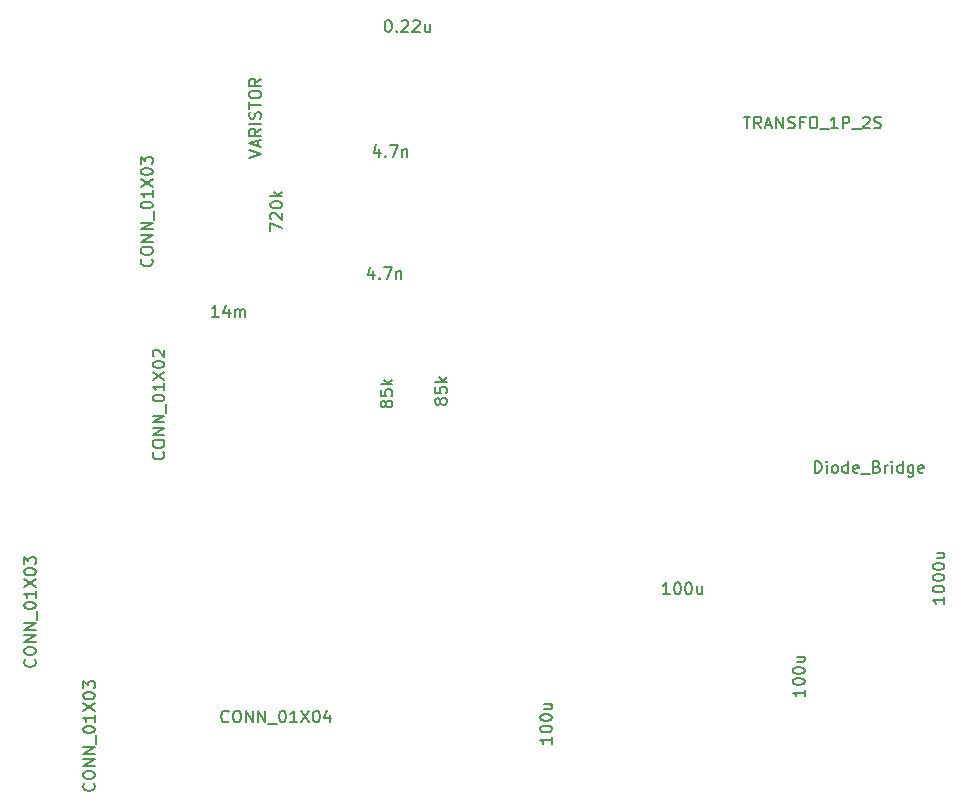
<source format=gbr>
G04 #@! TF.FileFunction,Other,Fab,Top*
%FSLAX46Y46*%
G04 Gerber Fmt 4.6, Leading zero omitted, Abs format (unit mm)*
G04 Created by KiCad (PCBNEW 4.0.4+dfsg1-stable) date Sun Feb  5 22:53:45 2017*
%MOMM*%
%LPD*%
G01*
G04 APERTURE LIST*
%ADD10C,0.100000*%
%ADD11C,0.150000*%
G04 APERTURE END LIST*
D10*
D11*
X82382381Y19284762D02*
X82382381Y18713333D01*
X82382381Y18999047D02*
X81382381Y18999047D01*
X81525238Y18903809D01*
X81620476Y18808571D01*
X81668095Y18713333D01*
X81382381Y19903809D02*
X81382381Y19999048D01*
X81430000Y20094286D01*
X81477619Y20141905D01*
X81572857Y20189524D01*
X81763333Y20237143D01*
X82001429Y20237143D01*
X82191905Y20189524D01*
X82287143Y20141905D01*
X82334762Y20094286D01*
X82382381Y19999048D01*
X82382381Y19903809D01*
X82334762Y19808571D01*
X82287143Y19760952D01*
X82191905Y19713333D01*
X82001429Y19665714D01*
X81763333Y19665714D01*
X81572857Y19713333D01*
X81477619Y19760952D01*
X81430000Y19808571D01*
X81382381Y19903809D01*
X81382381Y20856190D02*
X81382381Y20951429D01*
X81430000Y21046667D01*
X81477619Y21094286D01*
X81572857Y21141905D01*
X81763333Y21189524D01*
X82001429Y21189524D01*
X82191905Y21141905D01*
X82287143Y21094286D01*
X82334762Y21046667D01*
X82382381Y20951429D01*
X82382381Y20856190D01*
X82334762Y20760952D01*
X82287143Y20713333D01*
X82191905Y20665714D01*
X82001429Y20618095D01*
X81763333Y20618095D01*
X81572857Y20665714D01*
X81477619Y20713333D01*
X81430000Y20760952D01*
X81382381Y20856190D01*
X81382381Y21808571D02*
X81382381Y21903810D01*
X81430000Y21999048D01*
X81477619Y22046667D01*
X81572857Y22094286D01*
X81763333Y22141905D01*
X82001429Y22141905D01*
X82191905Y22094286D01*
X82287143Y22046667D01*
X82334762Y21999048D01*
X82382381Y21903810D01*
X82382381Y21808571D01*
X82334762Y21713333D01*
X82287143Y21665714D01*
X82191905Y21618095D01*
X82001429Y21570476D01*
X81763333Y21570476D01*
X81572857Y21618095D01*
X81477619Y21665714D01*
X81430000Y21713333D01*
X81382381Y21808571D01*
X81715714Y22999048D02*
X82382381Y22999048D01*
X81715714Y22570476D02*
X82239524Y22570476D01*
X82334762Y22618095D01*
X82382381Y22713333D01*
X82382381Y22856191D01*
X82334762Y22951429D01*
X82287143Y22999048D01*
X71414762Y29777619D02*
X71414762Y30777619D01*
X71652857Y30777619D01*
X71795715Y30730000D01*
X71890953Y30634762D01*
X71938572Y30539524D01*
X71986191Y30349048D01*
X71986191Y30206190D01*
X71938572Y30015714D01*
X71890953Y29920476D01*
X71795715Y29825238D01*
X71652857Y29777619D01*
X71414762Y29777619D01*
X72414762Y29777619D02*
X72414762Y30444286D01*
X72414762Y30777619D02*
X72367143Y30730000D01*
X72414762Y30682381D01*
X72462381Y30730000D01*
X72414762Y30777619D01*
X72414762Y30682381D01*
X73033809Y29777619D02*
X72938571Y29825238D01*
X72890952Y29872857D01*
X72843333Y29968095D01*
X72843333Y30253810D01*
X72890952Y30349048D01*
X72938571Y30396667D01*
X73033809Y30444286D01*
X73176667Y30444286D01*
X73271905Y30396667D01*
X73319524Y30349048D01*
X73367143Y30253810D01*
X73367143Y29968095D01*
X73319524Y29872857D01*
X73271905Y29825238D01*
X73176667Y29777619D01*
X73033809Y29777619D01*
X74224286Y29777619D02*
X74224286Y30777619D01*
X74224286Y29825238D02*
X74129048Y29777619D01*
X73938571Y29777619D01*
X73843333Y29825238D01*
X73795714Y29872857D01*
X73748095Y29968095D01*
X73748095Y30253810D01*
X73795714Y30349048D01*
X73843333Y30396667D01*
X73938571Y30444286D01*
X74129048Y30444286D01*
X74224286Y30396667D01*
X75081429Y29825238D02*
X74986191Y29777619D01*
X74795714Y29777619D01*
X74700476Y29825238D01*
X74652857Y29920476D01*
X74652857Y30301429D01*
X74700476Y30396667D01*
X74795714Y30444286D01*
X74986191Y30444286D01*
X75081429Y30396667D01*
X75129048Y30301429D01*
X75129048Y30206190D01*
X74652857Y30110952D01*
X75319524Y29682381D02*
X76081429Y29682381D01*
X76652858Y30301429D02*
X76795715Y30253810D01*
X76843334Y30206190D01*
X76890953Y30110952D01*
X76890953Y29968095D01*
X76843334Y29872857D01*
X76795715Y29825238D01*
X76700477Y29777619D01*
X76319524Y29777619D01*
X76319524Y30777619D01*
X76652858Y30777619D01*
X76748096Y30730000D01*
X76795715Y30682381D01*
X76843334Y30587143D01*
X76843334Y30491905D01*
X76795715Y30396667D01*
X76748096Y30349048D01*
X76652858Y30301429D01*
X76319524Y30301429D01*
X77319524Y29777619D02*
X77319524Y30444286D01*
X77319524Y30253810D02*
X77367143Y30349048D01*
X77414762Y30396667D01*
X77510000Y30444286D01*
X77605239Y30444286D01*
X77938572Y29777619D02*
X77938572Y30444286D01*
X77938572Y30777619D02*
X77890953Y30730000D01*
X77938572Y30682381D01*
X77986191Y30730000D01*
X77938572Y30777619D01*
X77938572Y30682381D01*
X78843334Y29777619D02*
X78843334Y30777619D01*
X78843334Y29825238D02*
X78748096Y29777619D01*
X78557619Y29777619D01*
X78462381Y29825238D01*
X78414762Y29872857D01*
X78367143Y29968095D01*
X78367143Y30253810D01*
X78414762Y30349048D01*
X78462381Y30396667D01*
X78557619Y30444286D01*
X78748096Y30444286D01*
X78843334Y30396667D01*
X79748096Y30444286D02*
X79748096Y29634762D01*
X79700477Y29539524D01*
X79652858Y29491905D01*
X79557619Y29444286D01*
X79414762Y29444286D01*
X79319524Y29491905D01*
X79748096Y29825238D02*
X79652858Y29777619D01*
X79462381Y29777619D01*
X79367143Y29825238D01*
X79319524Y29872857D01*
X79271905Y29968095D01*
X79271905Y30253810D01*
X79319524Y30349048D01*
X79367143Y30396667D01*
X79462381Y30444286D01*
X79652858Y30444286D01*
X79748096Y30396667D01*
X80605239Y29825238D02*
X80510001Y29777619D01*
X80319524Y29777619D01*
X80224286Y29825238D01*
X80176667Y29920476D01*
X80176667Y30301429D01*
X80224286Y30396667D01*
X80319524Y30444286D01*
X80510001Y30444286D01*
X80605239Y30396667D01*
X80652858Y30301429D01*
X80652858Y30206190D01*
X80176667Y30110952D01*
X15257143Y47876191D02*
X15304762Y47828572D01*
X15352381Y47685715D01*
X15352381Y47590477D01*
X15304762Y47447619D01*
X15209524Y47352381D01*
X15114286Y47304762D01*
X14923810Y47257143D01*
X14780952Y47257143D01*
X14590476Y47304762D01*
X14495238Y47352381D01*
X14400000Y47447619D01*
X14352381Y47590477D01*
X14352381Y47685715D01*
X14400000Y47828572D01*
X14447619Y47876191D01*
X14352381Y48495238D02*
X14352381Y48685715D01*
X14400000Y48780953D01*
X14495238Y48876191D01*
X14685714Y48923810D01*
X15019048Y48923810D01*
X15209524Y48876191D01*
X15304762Y48780953D01*
X15352381Y48685715D01*
X15352381Y48495238D01*
X15304762Y48400000D01*
X15209524Y48304762D01*
X15019048Y48257143D01*
X14685714Y48257143D01*
X14495238Y48304762D01*
X14400000Y48400000D01*
X14352381Y48495238D01*
X15352381Y49352381D02*
X14352381Y49352381D01*
X15352381Y49923810D01*
X14352381Y49923810D01*
X15352381Y50400000D02*
X14352381Y50400000D01*
X15352381Y50971429D01*
X14352381Y50971429D01*
X15447619Y51209524D02*
X15447619Y51971429D01*
X14352381Y52400000D02*
X14352381Y52495239D01*
X14400000Y52590477D01*
X14447619Y52638096D01*
X14542857Y52685715D01*
X14733333Y52733334D01*
X14971429Y52733334D01*
X15161905Y52685715D01*
X15257143Y52638096D01*
X15304762Y52590477D01*
X15352381Y52495239D01*
X15352381Y52400000D01*
X15304762Y52304762D01*
X15257143Y52257143D01*
X15161905Y52209524D01*
X14971429Y52161905D01*
X14733333Y52161905D01*
X14542857Y52209524D01*
X14447619Y52257143D01*
X14400000Y52304762D01*
X14352381Y52400000D01*
X15352381Y53685715D02*
X15352381Y53114286D01*
X15352381Y53400000D02*
X14352381Y53400000D01*
X14495238Y53304762D01*
X14590476Y53209524D01*
X14638095Y53114286D01*
X14352381Y54019048D02*
X15352381Y54685715D01*
X14352381Y54685715D02*
X15352381Y54019048D01*
X14352381Y55257143D02*
X14352381Y55352382D01*
X14400000Y55447620D01*
X14447619Y55495239D01*
X14542857Y55542858D01*
X14733333Y55590477D01*
X14971429Y55590477D01*
X15161905Y55542858D01*
X15257143Y55495239D01*
X15304762Y55447620D01*
X15352381Y55352382D01*
X15352381Y55257143D01*
X15304762Y55161905D01*
X15257143Y55114286D01*
X15161905Y55066667D01*
X14971429Y55019048D01*
X14733333Y55019048D01*
X14542857Y55066667D01*
X14447619Y55114286D01*
X14400000Y55161905D01*
X14352381Y55257143D01*
X14352381Y55923810D02*
X14352381Y56542858D01*
X14733333Y56209524D01*
X14733333Y56352382D01*
X14780952Y56447620D01*
X14828571Y56495239D01*
X14923810Y56542858D01*
X15161905Y56542858D01*
X15257143Y56495239D01*
X15304762Y56447620D01*
X15352381Y56352382D01*
X15352381Y56066667D01*
X15304762Y55971429D01*
X15257143Y55923810D01*
X16247143Y31536191D02*
X16294762Y31488572D01*
X16342381Y31345715D01*
X16342381Y31250477D01*
X16294762Y31107619D01*
X16199524Y31012381D01*
X16104286Y30964762D01*
X15913810Y30917143D01*
X15770952Y30917143D01*
X15580476Y30964762D01*
X15485238Y31012381D01*
X15390000Y31107619D01*
X15342381Y31250477D01*
X15342381Y31345715D01*
X15390000Y31488572D01*
X15437619Y31536191D01*
X15342381Y32155238D02*
X15342381Y32345715D01*
X15390000Y32440953D01*
X15485238Y32536191D01*
X15675714Y32583810D01*
X16009048Y32583810D01*
X16199524Y32536191D01*
X16294762Y32440953D01*
X16342381Y32345715D01*
X16342381Y32155238D01*
X16294762Y32060000D01*
X16199524Y31964762D01*
X16009048Y31917143D01*
X15675714Y31917143D01*
X15485238Y31964762D01*
X15390000Y32060000D01*
X15342381Y32155238D01*
X16342381Y33012381D02*
X15342381Y33012381D01*
X16342381Y33583810D01*
X15342381Y33583810D01*
X16342381Y34060000D02*
X15342381Y34060000D01*
X16342381Y34631429D01*
X15342381Y34631429D01*
X16437619Y34869524D02*
X16437619Y35631429D01*
X15342381Y36060000D02*
X15342381Y36155239D01*
X15390000Y36250477D01*
X15437619Y36298096D01*
X15532857Y36345715D01*
X15723333Y36393334D01*
X15961429Y36393334D01*
X16151905Y36345715D01*
X16247143Y36298096D01*
X16294762Y36250477D01*
X16342381Y36155239D01*
X16342381Y36060000D01*
X16294762Y35964762D01*
X16247143Y35917143D01*
X16151905Y35869524D01*
X15961429Y35821905D01*
X15723333Y35821905D01*
X15532857Y35869524D01*
X15437619Y35917143D01*
X15390000Y35964762D01*
X15342381Y36060000D01*
X16342381Y37345715D02*
X16342381Y36774286D01*
X16342381Y37060000D02*
X15342381Y37060000D01*
X15485238Y36964762D01*
X15580476Y36869524D01*
X15628095Y36774286D01*
X15342381Y37679048D02*
X16342381Y38345715D01*
X15342381Y38345715D02*
X16342381Y37679048D01*
X15342381Y38917143D02*
X15342381Y39012382D01*
X15390000Y39107620D01*
X15437619Y39155239D01*
X15532857Y39202858D01*
X15723333Y39250477D01*
X15961429Y39250477D01*
X16151905Y39202858D01*
X16247143Y39155239D01*
X16294762Y39107620D01*
X16342381Y39012382D01*
X16342381Y38917143D01*
X16294762Y38821905D01*
X16247143Y38774286D01*
X16151905Y38726667D01*
X15961429Y38679048D01*
X15723333Y38679048D01*
X15532857Y38726667D01*
X15437619Y38774286D01*
X15390000Y38821905D01*
X15342381Y38917143D01*
X15437619Y39631429D02*
X15390000Y39679048D01*
X15342381Y39774286D01*
X15342381Y40012382D01*
X15390000Y40107620D01*
X15437619Y40155239D01*
X15532857Y40202858D01*
X15628095Y40202858D01*
X15770952Y40155239D01*
X16342381Y39583810D01*
X16342381Y40202858D01*
X21776191Y8742857D02*
X21728572Y8695238D01*
X21585715Y8647619D01*
X21490477Y8647619D01*
X21347619Y8695238D01*
X21252381Y8790476D01*
X21204762Y8885714D01*
X21157143Y9076190D01*
X21157143Y9219048D01*
X21204762Y9409524D01*
X21252381Y9504762D01*
X21347619Y9600000D01*
X21490477Y9647619D01*
X21585715Y9647619D01*
X21728572Y9600000D01*
X21776191Y9552381D01*
X22395238Y9647619D02*
X22585715Y9647619D01*
X22680953Y9600000D01*
X22776191Y9504762D01*
X22823810Y9314286D01*
X22823810Y8980952D01*
X22776191Y8790476D01*
X22680953Y8695238D01*
X22585715Y8647619D01*
X22395238Y8647619D01*
X22300000Y8695238D01*
X22204762Y8790476D01*
X22157143Y8980952D01*
X22157143Y9314286D01*
X22204762Y9504762D01*
X22300000Y9600000D01*
X22395238Y9647619D01*
X23252381Y8647619D02*
X23252381Y9647619D01*
X23823810Y8647619D01*
X23823810Y9647619D01*
X24300000Y8647619D02*
X24300000Y9647619D01*
X24871429Y8647619D01*
X24871429Y9647619D01*
X25109524Y8552381D02*
X25871429Y8552381D01*
X26300000Y9647619D02*
X26395239Y9647619D01*
X26490477Y9600000D01*
X26538096Y9552381D01*
X26585715Y9457143D01*
X26633334Y9266667D01*
X26633334Y9028571D01*
X26585715Y8838095D01*
X26538096Y8742857D01*
X26490477Y8695238D01*
X26395239Y8647619D01*
X26300000Y8647619D01*
X26204762Y8695238D01*
X26157143Y8742857D01*
X26109524Y8838095D01*
X26061905Y9028571D01*
X26061905Y9266667D01*
X26109524Y9457143D01*
X26157143Y9552381D01*
X26204762Y9600000D01*
X26300000Y9647619D01*
X27585715Y8647619D02*
X27014286Y8647619D01*
X27300000Y8647619D02*
X27300000Y9647619D01*
X27204762Y9504762D01*
X27109524Y9409524D01*
X27014286Y9361905D01*
X27919048Y9647619D02*
X28585715Y8647619D01*
X28585715Y9647619D02*
X27919048Y8647619D01*
X29157143Y9647619D02*
X29252382Y9647619D01*
X29347620Y9600000D01*
X29395239Y9552381D01*
X29442858Y9457143D01*
X29490477Y9266667D01*
X29490477Y9028571D01*
X29442858Y8838095D01*
X29395239Y8742857D01*
X29347620Y8695238D01*
X29252382Y8647619D01*
X29157143Y8647619D01*
X29061905Y8695238D01*
X29014286Y8742857D01*
X28966667Y8838095D01*
X28919048Y9028571D01*
X28919048Y9266667D01*
X28966667Y9457143D01*
X29014286Y9552381D01*
X29061905Y9600000D01*
X29157143Y9647619D01*
X30347620Y9314286D02*
X30347620Y8647619D01*
X30109524Y9695238D02*
X29871429Y8980952D01*
X30490477Y8980952D01*
X23520381Y56475048D02*
X24520381Y56808381D01*
X23520381Y57141715D01*
X24234667Y57427429D02*
X24234667Y57903620D01*
X24520381Y57332191D02*
X23520381Y57665524D01*
X24520381Y57998858D01*
X24520381Y58903620D02*
X24044190Y58570286D01*
X24520381Y58332191D02*
X23520381Y58332191D01*
X23520381Y58713144D01*
X23568000Y58808382D01*
X23615619Y58856001D01*
X23710857Y58903620D01*
X23853714Y58903620D01*
X23948952Y58856001D01*
X23996571Y58808382D01*
X24044190Y58713144D01*
X24044190Y58332191D01*
X24520381Y59332191D02*
X23520381Y59332191D01*
X24472762Y59760762D02*
X24520381Y59903619D01*
X24520381Y60141715D01*
X24472762Y60236953D01*
X24425143Y60284572D01*
X24329905Y60332191D01*
X24234667Y60332191D01*
X24139429Y60284572D01*
X24091810Y60236953D01*
X24044190Y60141715D01*
X23996571Y59951238D01*
X23948952Y59856000D01*
X23901333Y59808381D01*
X23806095Y59760762D01*
X23710857Y59760762D01*
X23615619Y59808381D01*
X23568000Y59856000D01*
X23520381Y59951238D01*
X23520381Y60189334D01*
X23568000Y60332191D01*
X23520381Y60617905D02*
X23520381Y61189334D01*
X24520381Y60903619D02*
X23520381Y60903619D01*
X23520381Y61713143D02*
X23520381Y61903620D01*
X23568000Y61998858D01*
X23663238Y62094096D01*
X23853714Y62141715D01*
X24187048Y62141715D01*
X24377524Y62094096D01*
X24472762Y61998858D01*
X24520381Y61903620D01*
X24520381Y61713143D01*
X24472762Y61617905D01*
X24377524Y61522667D01*
X24187048Y61475048D01*
X23853714Y61475048D01*
X23663238Y61522667D01*
X23568000Y61617905D01*
X23520381Y61713143D01*
X24520381Y63141715D02*
X24044190Y62808381D01*
X24520381Y62570286D02*
X23520381Y62570286D01*
X23520381Y62951239D01*
X23568000Y63046477D01*
X23615619Y63094096D01*
X23710857Y63141715D01*
X23853714Y63141715D01*
X23948952Y63094096D01*
X23996571Y63046477D01*
X24044190Y62951239D01*
X24044190Y62570286D01*
X35070952Y35513809D02*
X35023333Y35418571D01*
X34975714Y35370952D01*
X34880476Y35323333D01*
X34832857Y35323333D01*
X34737619Y35370952D01*
X34690000Y35418571D01*
X34642381Y35513809D01*
X34642381Y35704286D01*
X34690000Y35799524D01*
X34737619Y35847143D01*
X34832857Y35894762D01*
X34880476Y35894762D01*
X34975714Y35847143D01*
X35023333Y35799524D01*
X35070952Y35704286D01*
X35070952Y35513809D01*
X35118571Y35418571D01*
X35166190Y35370952D01*
X35261429Y35323333D01*
X35451905Y35323333D01*
X35547143Y35370952D01*
X35594762Y35418571D01*
X35642381Y35513809D01*
X35642381Y35704286D01*
X35594762Y35799524D01*
X35547143Y35847143D01*
X35451905Y35894762D01*
X35261429Y35894762D01*
X35166190Y35847143D01*
X35118571Y35799524D01*
X35070952Y35704286D01*
X34642381Y36799524D02*
X34642381Y36323333D01*
X35118571Y36275714D01*
X35070952Y36323333D01*
X35023333Y36418571D01*
X35023333Y36656667D01*
X35070952Y36751905D01*
X35118571Y36799524D01*
X35213810Y36847143D01*
X35451905Y36847143D01*
X35547143Y36799524D01*
X35594762Y36751905D01*
X35642381Y36656667D01*
X35642381Y36418571D01*
X35594762Y36323333D01*
X35547143Y36275714D01*
X35642381Y37275714D02*
X34642381Y37275714D01*
X35261429Y37370952D02*
X35642381Y37656667D01*
X34975714Y37656667D02*
X35356667Y37275714D01*
X39700952Y35733809D02*
X39653333Y35638571D01*
X39605714Y35590952D01*
X39510476Y35543333D01*
X39462857Y35543333D01*
X39367619Y35590952D01*
X39320000Y35638571D01*
X39272381Y35733809D01*
X39272381Y35924286D01*
X39320000Y36019524D01*
X39367619Y36067143D01*
X39462857Y36114762D01*
X39510476Y36114762D01*
X39605714Y36067143D01*
X39653333Y36019524D01*
X39700952Y35924286D01*
X39700952Y35733809D01*
X39748571Y35638571D01*
X39796190Y35590952D01*
X39891429Y35543333D01*
X40081905Y35543333D01*
X40177143Y35590952D01*
X40224762Y35638571D01*
X40272381Y35733809D01*
X40272381Y35924286D01*
X40224762Y36019524D01*
X40177143Y36067143D01*
X40081905Y36114762D01*
X39891429Y36114762D01*
X39796190Y36067143D01*
X39748571Y36019524D01*
X39700952Y35924286D01*
X39272381Y37019524D02*
X39272381Y36543333D01*
X39748571Y36495714D01*
X39700952Y36543333D01*
X39653333Y36638571D01*
X39653333Y36876667D01*
X39700952Y36971905D01*
X39748571Y37019524D01*
X39843810Y37067143D01*
X40081905Y37067143D01*
X40177143Y37019524D01*
X40224762Y36971905D01*
X40272381Y36876667D01*
X40272381Y36638571D01*
X40224762Y36543333D01*
X40177143Y36495714D01*
X40272381Y37495714D02*
X39272381Y37495714D01*
X39891429Y37590952D02*
X40272381Y37876667D01*
X39605714Y37876667D02*
X39986667Y37495714D01*
X25316381Y50233524D02*
X25316381Y50900191D01*
X26316381Y50471619D01*
X25411619Y51233524D02*
X25364000Y51281143D01*
X25316381Y51376381D01*
X25316381Y51614477D01*
X25364000Y51709715D01*
X25411619Y51757334D01*
X25506857Y51804953D01*
X25602095Y51804953D01*
X25744952Y51757334D01*
X26316381Y51185905D01*
X26316381Y51804953D01*
X25316381Y52424000D02*
X25316381Y52519239D01*
X25364000Y52614477D01*
X25411619Y52662096D01*
X25506857Y52709715D01*
X25697333Y52757334D01*
X25935429Y52757334D01*
X26125905Y52709715D01*
X26221143Y52662096D01*
X26268762Y52614477D01*
X26316381Y52519239D01*
X26316381Y52424000D01*
X26268762Y52328762D01*
X26221143Y52281143D01*
X26125905Y52233524D01*
X25935429Y52185905D01*
X25697333Y52185905D01*
X25506857Y52233524D01*
X25411619Y52281143D01*
X25364000Y52328762D01*
X25316381Y52424000D01*
X26316381Y53185905D02*
X25316381Y53185905D01*
X25935429Y53281143D02*
X26316381Y53566858D01*
X25649714Y53566858D02*
X26030667Y53185905D01*
X65392857Y59947619D02*
X65964286Y59947619D01*
X65678571Y58947619D02*
X65678571Y59947619D01*
X66869048Y58947619D02*
X66535714Y59423810D01*
X66297619Y58947619D02*
X66297619Y59947619D01*
X66678572Y59947619D01*
X66773810Y59900000D01*
X66821429Y59852381D01*
X66869048Y59757143D01*
X66869048Y59614286D01*
X66821429Y59519048D01*
X66773810Y59471429D01*
X66678572Y59423810D01*
X66297619Y59423810D01*
X67250000Y59233333D02*
X67726191Y59233333D01*
X67154762Y58947619D02*
X67488095Y59947619D01*
X67821429Y58947619D01*
X68154762Y58947619D02*
X68154762Y59947619D01*
X68726191Y58947619D01*
X68726191Y59947619D01*
X69154762Y58995238D02*
X69297619Y58947619D01*
X69535715Y58947619D01*
X69630953Y58995238D01*
X69678572Y59042857D01*
X69726191Y59138095D01*
X69726191Y59233333D01*
X69678572Y59328571D01*
X69630953Y59376190D01*
X69535715Y59423810D01*
X69345238Y59471429D01*
X69250000Y59519048D01*
X69202381Y59566667D01*
X69154762Y59661905D01*
X69154762Y59757143D01*
X69202381Y59852381D01*
X69250000Y59900000D01*
X69345238Y59947619D01*
X69583334Y59947619D01*
X69726191Y59900000D01*
X70488096Y59471429D02*
X70154762Y59471429D01*
X70154762Y58947619D02*
X70154762Y59947619D01*
X70630953Y59947619D01*
X71202381Y59947619D02*
X71392858Y59947619D01*
X71488096Y59900000D01*
X71583334Y59804762D01*
X71630953Y59614286D01*
X71630953Y59280952D01*
X71583334Y59090476D01*
X71488096Y58995238D01*
X71392858Y58947619D01*
X71202381Y58947619D01*
X71107143Y58995238D01*
X71011905Y59090476D01*
X70964286Y59280952D01*
X70964286Y59614286D01*
X71011905Y59804762D01*
X71107143Y59900000D01*
X71202381Y59947619D01*
X71821429Y58852381D02*
X72583334Y58852381D01*
X73345239Y58947619D02*
X72773810Y58947619D01*
X73059524Y58947619D02*
X73059524Y59947619D01*
X72964286Y59804762D01*
X72869048Y59709524D01*
X72773810Y59661905D01*
X73773810Y58947619D02*
X73773810Y59947619D01*
X74154763Y59947619D01*
X74250001Y59900000D01*
X74297620Y59852381D01*
X74345239Y59757143D01*
X74345239Y59614286D01*
X74297620Y59519048D01*
X74250001Y59471429D01*
X74154763Y59423810D01*
X73773810Y59423810D01*
X74535715Y58852381D02*
X75297620Y58852381D01*
X75488096Y59852381D02*
X75535715Y59900000D01*
X75630953Y59947619D01*
X75869049Y59947619D01*
X75964287Y59900000D01*
X76011906Y59852381D01*
X76059525Y59757143D01*
X76059525Y59661905D01*
X76011906Y59519048D01*
X75440477Y58947619D01*
X76059525Y58947619D01*
X76440477Y58995238D02*
X76583334Y58947619D01*
X76821430Y58947619D01*
X76916668Y58995238D01*
X76964287Y59042857D01*
X77011906Y59138095D01*
X77011906Y59233333D01*
X76964287Y59328571D01*
X76916668Y59376190D01*
X76821430Y59423810D01*
X76630953Y59471429D01*
X76535715Y59519048D01*
X76488096Y59566667D01*
X76440477Y59661905D01*
X76440477Y59757143D01*
X76488096Y59852381D01*
X76535715Y59900000D01*
X76630953Y59947619D01*
X76869049Y59947619D01*
X77011906Y59900000D01*
X35239224Y68098919D02*
X35334463Y68098919D01*
X35429701Y68051300D01*
X35477320Y68003681D01*
X35524939Y67908443D01*
X35572558Y67717967D01*
X35572558Y67479871D01*
X35524939Y67289395D01*
X35477320Y67194157D01*
X35429701Y67146538D01*
X35334463Y67098919D01*
X35239224Y67098919D01*
X35143986Y67146538D01*
X35096367Y67194157D01*
X35048748Y67289395D01*
X35001129Y67479871D01*
X35001129Y67717967D01*
X35048748Y67908443D01*
X35096367Y68003681D01*
X35143986Y68051300D01*
X35239224Y68098919D01*
X36001129Y67194157D02*
X36048748Y67146538D01*
X36001129Y67098919D01*
X35953510Y67146538D01*
X36001129Y67194157D01*
X36001129Y67098919D01*
X36429700Y68003681D02*
X36477319Y68051300D01*
X36572557Y68098919D01*
X36810653Y68098919D01*
X36905891Y68051300D01*
X36953510Y68003681D01*
X37001129Y67908443D01*
X37001129Y67813205D01*
X36953510Y67670348D01*
X36382081Y67098919D01*
X37001129Y67098919D01*
X37382081Y68003681D02*
X37429700Y68051300D01*
X37524938Y68098919D01*
X37763034Y68098919D01*
X37858272Y68051300D01*
X37905891Y68003681D01*
X37953510Y67908443D01*
X37953510Y67813205D01*
X37905891Y67670348D01*
X37334462Y67098919D01*
X37953510Y67098919D01*
X38810653Y67765586D02*
X38810653Y67098919D01*
X38382081Y67765586D02*
X38382081Y67241776D01*
X38429700Y67146538D01*
X38524938Y67098919D01*
X38667796Y67098919D01*
X38763034Y67146538D01*
X38810653Y67194157D01*
X34031810Y46832286D02*
X34031810Y46165619D01*
X33793714Y47213238D02*
X33555619Y46498952D01*
X34174667Y46498952D01*
X34555619Y46260857D02*
X34603238Y46213238D01*
X34555619Y46165619D01*
X34508000Y46213238D01*
X34555619Y46260857D01*
X34555619Y46165619D01*
X34936571Y47165619D02*
X35603238Y47165619D01*
X35174666Y46165619D01*
X35984190Y46832286D02*
X35984190Y46165619D01*
X35984190Y46737048D02*
X36031809Y46784667D01*
X36127047Y46832286D01*
X36269905Y46832286D01*
X36365143Y46784667D01*
X36412762Y46689429D01*
X36412762Y46165619D01*
X34539810Y57198286D02*
X34539810Y56531619D01*
X34301714Y57579238D02*
X34063619Y56864952D01*
X34682667Y56864952D01*
X35063619Y56626857D02*
X35111238Y56579238D01*
X35063619Y56531619D01*
X35016000Y56579238D01*
X35063619Y56626857D01*
X35063619Y56531619D01*
X35444571Y57531619D02*
X36111238Y57531619D01*
X35682666Y56531619D01*
X36492190Y57198286D02*
X36492190Y56531619D01*
X36492190Y57103048D02*
X36539809Y57150667D01*
X36635047Y57198286D01*
X36777905Y57198286D01*
X36873143Y57150667D01*
X36920762Y57055429D01*
X36920762Y56531619D01*
X20942858Y42981619D02*
X20371429Y42981619D01*
X20657143Y42981619D02*
X20657143Y43981619D01*
X20561905Y43838762D01*
X20466667Y43743524D01*
X20371429Y43695905D01*
X21800001Y43648286D02*
X21800001Y42981619D01*
X21561905Y44029238D02*
X21323810Y43314952D01*
X21942858Y43314952D01*
X22323810Y42981619D02*
X22323810Y43648286D01*
X22323810Y43553048D02*
X22371429Y43600667D01*
X22466667Y43648286D01*
X22609525Y43648286D01*
X22704763Y43600667D01*
X22752382Y43505429D01*
X22752382Y42981619D01*
X22752382Y43505429D02*
X22800001Y43600667D01*
X22895239Y43648286D01*
X23038096Y43648286D01*
X23133334Y43600667D01*
X23180953Y43505429D01*
X23180953Y42981619D01*
X5357143Y13976191D02*
X5404762Y13928572D01*
X5452381Y13785715D01*
X5452381Y13690477D01*
X5404762Y13547619D01*
X5309524Y13452381D01*
X5214286Y13404762D01*
X5023810Y13357143D01*
X4880952Y13357143D01*
X4690476Y13404762D01*
X4595238Y13452381D01*
X4500000Y13547619D01*
X4452381Y13690477D01*
X4452381Y13785715D01*
X4500000Y13928572D01*
X4547619Y13976191D01*
X4452381Y14595238D02*
X4452381Y14785715D01*
X4500000Y14880953D01*
X4595238Y14976191D01*
X4785714Y15023810D01*
X5119048Y15023810D01*
X5309524Y14976191D01*
X5404762Y14880953D01*
X5452381Y14785715D01*
X5452381Y14595238D01*
X5404762Y14500000D01*
X5309524Y14404762D01*
X5119048Y14357143D01*
X4785714Y14357143D01*
X4595238Y14404762D01*
X4500000Y14500000D01*
X4452381Y14595238D01*
X5452381Y15452381D02*
X4452381Y15452381D01*
X5452381Y16023810D01*
X4452381Y16023810D01*
X5452381Y16500000D02*
X4452381Y16500000D01*
X5452381Y17071429D01*
X4452381Y17071429D01*
X5547619Y17309524D02*
X5547619Y18071429D01*
X4452381Y18500000D02*
X4452381Y18595239D01*
X4500000Y18690477D01*
X4547619Y18738096D01*
X4642857Y18785715D01*
X4833333Y18833334D01*
X5071429Y18833334D01*
X5261905Y18785715D01*
X5357143Y18738096D01*
X5404762Y18690477D01*
X5452381Y18595239D01*
X5452381Y18500000D01*
X5404762Y18404762D01*
X5357143Y18357143D01*
X5261905Y18309524D01*
X5071429Y18261905D01*
X4833333Y18261905D01*
X4642857Y18309524D01*
X4547619Y18357143D01*
X4500000Y18404762D01*
X4452381Y18500000D01*
X5452381Y19785715D02*
X5452381Y19214286D01*
X5452381Y19500000D02*
X4452381Y19500000D01*
X4595238Y19404762D01*
X4690476Y19309524D01*
X4738095Y19214286D01*
X4452381Y20119048D02*
X5452381Y20785715D01*
X4452381Y20785715D02*
X5452381Y20119048D01*
X4452381Y21357143D02*
X4452381Y21452382D01*
X4500000Y21547620D01*
X4547619Y21595239D01*
X4642857Y21642858D01*
X4833333Y21690477D01*
X5071429Y21690477D01*
X5261905Y21642858D01*
X5357143Y21595239D01*
X5404762Y21547620D01*
X5452381Y21452382D01*
X5452381Y21357143D01*
X5404762Y21261905D01*
X5357143Y21214286D01*
X5261905Y21166667D01*
X5071429Y21119048D01*
X4833333Y21119048D01*
X4642857Y21166667D01*
X4547619Y21214286D01*
X4500000Y21261905D01*
X4452381Y21357143D01*
X4452381Y22023810D02*
X4452381Y22642858D01*
X4833333Y22309524D01*
X4833333Y22452382D01*
X4880952Y22547620D01*
X4928571Y22595239D01*
X5023810Y22642858D01*
X5261905Y22642858D01*
X5357143Y22595239D01*
X5404762Y22547620D01*
X5452381Y22452382D01*
X5452381Y22166667D01*
X5404762Y22071429D01*
X5357143Y22023810D01*
X10357143Y3476191D02*
X10404762Y3428572D01*
X10452381Y3285715D01*
X10452381Y3190477D01*
X10404762Y3047619D01*
X10309524Y2952381D01*
X10214286Y2904762D01*
X10023810Y2857143D01*
X9880952Y2857143D01*
X9690476Y2904762D01*
X9595238Y2952381D01*
X9500000Y3047619D01*
X9452381Y3190477D01*
X9452381Y3285715D01*
X9500000Y3428572D01*
X9547619Y3476191D01*
X9452381Y4095238D02*
X9452381Y4285715D01*
X9500000Y4380953D01*
X9595238Y4476191D01*
X9785714Y4523810D01*
X10119048Y4523810D01*
X10309524Y4476191D01*
X10404762Y4380953D01*
X10452381Y4285715D01*
X10452381Y4095238D01*
X10404762Y4000000D01*
X10309524Y3904762D01*
X10119048Y3857143D01*
X9785714Y3857143D01*
X9595238Y3904762D01*
X9500000Y4000000D01*
X9452381Y4095238D01*
X10452381Y4952381D02*
X9452381Y4952381D01*
X10452381Y5523810D01*
X9452381Y5523810D01*
X10452381Y6000000D02*
X9452381Y6000000D01*
X10452381Y6571429D01*
X9452381Y6571429D01*
X10547619Y6809524D02*
X10547619Y7571429D01*
X9452381Y8000000D02*
X9452381Y8095239D01*
X9500000Y8190477D01*
X9547619Y8238096D01*
X9642857Y8285715D01*
X9833333Y8333334D01*
X10071429Y8333334D01*
X10261905Y8285715D01*
X10357143Y8238096D01*
X10404762Y8190477D01*
X10452381Y8095239D01*
X10452381Y8000000D01*
X10404762Y7904762D01*
X10357143Y7857143D01*
X10261905Y7809524D01*
X10071429Y7761905D01*
X9833333Y7761905D01*
X9642857Y7809524D01*
X9547619Y7857143D01*
X9500000Y7904762D01*
X9452381Y8000000D01*
X10452381Y9285715D02*
X10452381Y8714286D01*
X10452381Y9000000D02*
X9452381Y9000000D01*
X9595238Y8904762D01*
X9690476Y8809524D01*
X9738095Y8714286D01*
X9452381Y9619048D02*
X10452381Y10285715D01*
X9452381Y10285715D02*
X10452381Y9619048D01*
X9452381Y10857143D02*
X9452381Y10952382D01*
X9500000Y11047620D01*
X9547619Y11095239D01*
X9642857Y11142858D01*
X9833333Y11190477D01*
X10071429Y11190477D01*
X10261905Y11142858D01*
X10357143Y11095239D01*
X10404762Y11047620D01*
X10452381Y10952382D01*
X10452381Y10857143D01*
X10404762Y10761905D01*
X10357143Y10714286D01*
X10261905Y10666667D01*
X10071429Y10619048D01*
X9833333Y10619048D01*
X9642857Y10666667D01*
X9547619Y10714286D01*
X9500000Y10761905D01*
X9452381Y10857143D01*
X9452381Y11523810D02*
X9452381Y12142858D01*
X9833333Y11809524D01*
X9833333Y11952382D01*
X9880952Y12047620D01*
X9928571Y12095239D01*
X10023810Y12142858D01*
X10261905Y12142858D01*
X10357143Y12095239D01*
X10404762Y12047620D01*
X10452381Y11952382D01*
X10452381Y11666667D01*
X10404762Y11571429D01*
X10357143Y11523810D01*
X70552381Y11430953D02*
X70552381Y10859524D01*
X70552381Y11145238D02*
X69552381Y11145238D01*
X69695238Y11050000D01*
X69790476Y10954762D01*
X69838095Y10859524D01*
X69552381Y12050000D02*
X69552381Y12145239D01*
X69600000Y12240477D01*
X69647619Y12288096D01*
X69742857Y12335715D01*
X69933333Y12383334D01*
X70171429Y12383334D01*
X70361905Y12335715D01*
X70457143Y12288096D01*
X70504762Y12240477D01*
X70552381Y12145239D01*
X70552381Y12050000D01*
X70504762Y11954762D01*
X70457143Y11907143D01*
X70361905Y11859524D01*
X70171429Y11811905D01*
X69933333Y11811905D01*
X69742857Y11859524D01*
X69647619Y11907143D01*
X69600000Y11954762D01*
X69552381Y12050000D01*
X69552381Y13002381D02*
X69552381Y13097620D01*
X69600000Y13192858D01*
X69647619Y13240477D01*
X69742857Y13288096D01*
X69933333Y13335715D01*
X70171429Y13335715D01*
X70361905Y13288096D01*
X70457143Y13240477D01*
X70504762Y13192858D01*
X70552381Y13097620D01*
X70552381Y13002381D01*
X70504762Y12907143D01*
X70457143Y12859524D01*
X70361905Y12811905D01*
X70171429Y12764286D01*
X69933333Y12764286D01*
X69742857Y12811905D01*
X69647619Y12859524D01*
X69600000Y12907143D01*
X69552381Y13002381D01*
X69885714Y14192858D02*
X70552381Y14192858D01*
X69885714Y13764286D02*
X70409524Y13764286D01*
X70504762Y13811905D01*
X70552381Y13907143D01*
X70552381Y14050001D01*
X70504762Y14145239D01*
X70457143Y14192858D01*
X59110953Y19507619D02*
X58539524Y19507619D01*
X58825238Y19507619D02*
X58825238Y20507619D01*
X58730000Y20364762D01*
X58634762Y20269524D01*
X58539524Y20221905D01*
X59730000Y20507619D02*
X59825239Y20507619D01*
X59920477Y20460000D01*
X59968096Y20412381D01*
X60015715Y20317143D01*
X60063334Y20126667D01*
X60063334Y19888571D01*
X60015715Y19698095D01*
X59968096Y19602857D01*
X59920477Y19555238D01*
X59825239Y19507619D01*
X59730000Y19507619D01*
X59634762Y19555238D01*
X59587143Y19602857D01*
X59539524Y19698095D01*
X59491905Y19888571D01*
X59491905Y20126667D01*
X59539524Y20317143D01*
X59587143Y20412381D01*
X59634762Y20460000D01*
X59730000Y20507619D01*
X60682381Y20507619D02*
X60777620Y20507619D01*
X60872858Y20460000D01*
X60920477Y20412381D01*
X60968096Y20317143D01*
X61015715Y20126667D01*
X61015715Y19888571D01*
X60968096Y19698095D01*
X60920477Y19602857D01*
X60872858Y19555238D01*
X60777620Y19507619D01*
X60682381Y19507619D01*
X60587143Y19555238D01*
X60539524Y19602857D01*
X60491905Y19698095D01*
X60444286Y19888571D01*
X60444286Y20126667D01*
X60491905Y20317143D01*
X60539524Y20412381D01*
X60587143Y20460000D01*
X60682381Y20507619D01*
X61872858Y20174286D02*
X61872858Y19507619D01*
X61444286Y20174286D02*
X61444286Y19650476D01*
X61491905Y19555238D01*
X61587143Y19507619D01*
X61730001Y19507619D01*
X61825239Y19555238D01*
X61872858Y19602857D01*
X49152381Y7430953D02*
X49152381Y6859524D01*
X49152381Y7145238D02*
X48152381Y7145238D01*
X48295238Y7050000D01*
X48390476Y6954762D01*
X48438095Y6859524D01*
X48152381Y8050000D02*
X48152381Y8145239D01*
X48200000Y8240477D01*
X48247619Y8288096D01*
X48342857Y8335715D01*
X48533333Y8383334D01*
X48771429Y8383334D01*
X48961905Y8335715D01*
X49057143Y8288096D01*
X49104762Y8240477D01*
X49152381Y8145239D01*
X49152381Y8050000D01*
X49104762Y7954762D01*
X49057143Y7907143D01*
X48961905Y7859524D01*
X48771429Y7811905D01*
X48533333Y7811905D01*
X48342857Y7859524D01*
X48247619Y7907143D01*
X48200000Y7954762D01*
X48152381Y8050000D01*
X48152381Y9002381D02*
X48152381Y9097620D01*
X48200000Y9192858D01*
X48247619Y9240477D01*
X48342857Y9288096D01*
X48533333Y9335715D01*
X48771429Y9335715D01*
X48961905Y9288096D01*
X49057143Y9240477D01*
X49104762Y9192858D01*
X49152381Y9097620D01*
X49152381Y9002381D01*
X49104762Y8907143D01*
X49057143Y8859524D01*
X48961905Y8811905D01*
X48771429Y8764286D01*
X48533333Y8764286D01*
X48342857Y8811905D01*
X48247619Y8859524D01*
X48200000Y8907143D01*
X48152381Y9002381D01*
X48485714Y10192858D02*
X49152381Y10192858D01*
X48485714Y9764286D02*
X49009524Y9764286D01*
X49104762Y9811905D01*
X49152381Y9907143D01*
X49152381Y10050001D01*
X49104762Y10145239D01*
X49057143Y10192858D01*
M02*

</source>
